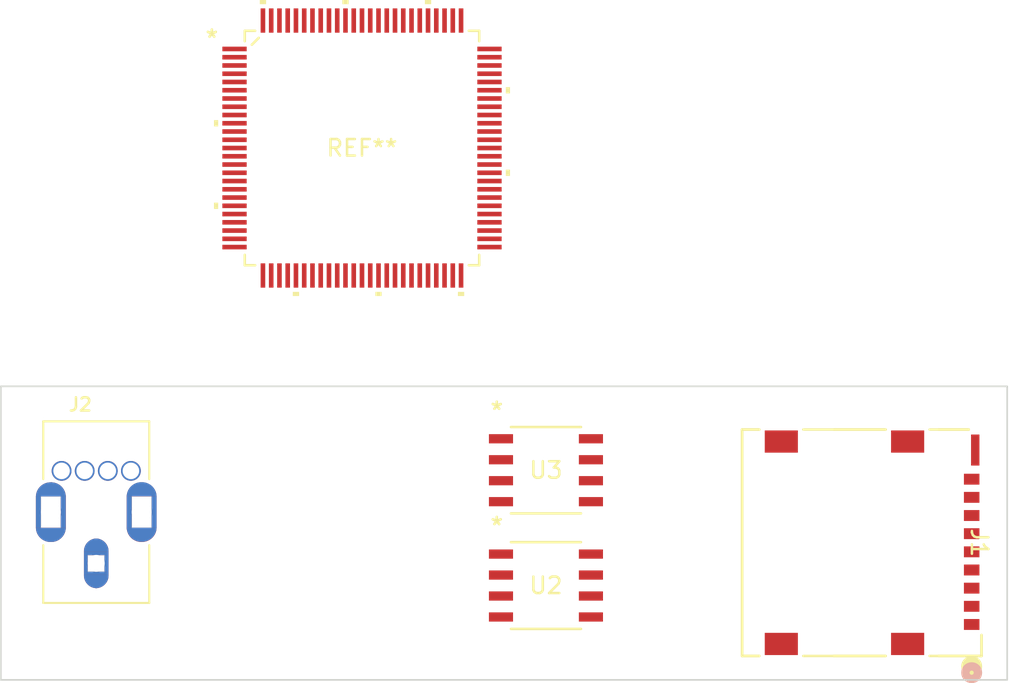
<source format=kicad_pcb>
(kicad_pcb (version 20221018) (generator pcbnew)
  (layers (0 "F.Cu" signal) (31 "B.Cu" signal) (34 "B.Paste" user) (35 "F.Paste" user) (36 "B.SilkS" user "B.Silkscreen") (37 "F.SilkS" user "F.Silkscreen") (38 "B.Mask" user) (39 "F.Mask" user) (44 "Edge.Cuts" user))
  (net 0 "")
  (footprint "W25X40CLSNIG:WIN_SN-8_WIN" (layer "F.Cu") (at 148.30275 90.636333)
    (fp_text reference "U3" (at 0 0 unlocked) (layer "F.SilkS"))
    (fp_text value "W25X40CLSNIG")
    (fp_text user "*" (at -2.97815 -3.6068 unlocked) (layer "F.SilkS"))
    (fp_text user "*" (at -2.97815 -3.6068) (layer "F.SilkS"))
    (fp_line (start -2.1209 2.6162) (end 2.1209 2.6162) (stroke (width 0.1524)) (layer "F.SilkS"))
    (fp_line (start 2.1209 -2.6162) (end -2.1209 -2.6162) (stroke (width 0.1524)) (layer "F.SilkS"))
    (pad "1" smd rect (at -2.72415 -1.905) (size 1.4605 0.5588) (layers "F.Cu" "F.Paste" "F.Mask"))
    (pad "2" smd rect (at -2.72415 -0.635) (size 1.4605 0.5588) (layers "F.Cu" "F.Paste" "F.Mask"))
    (pad "3" smd rect (at -2.72415 0.635) (size 1.4605 0.5588) (layers "F.Cu" "F.Paste" "F.Mask"))
    (pad "4" smd rect (at -2.72415 1.905) (size 1.4605 0.5588) (layers "F.Cu" "F.Paste" "F.Mask"))
    (pad "5" smd rect (at 2.72415 1.905) (size 1.4605 0.5588) (layers "F.Cu" "F.Paste" "F.Mask"))
    (pad "6" smd rect (at 2.72415 0.635) (size 1.4605 0.5588) (layers "F.Cu" "F.Paste" "F.Mask"))
    (pad "7" smd rect (at 2.72415 -0.635) (size 1.4605 0.5588) (layers "F.Cu" "F.Paste" "F.Mask"))
    (pad "8" smd rect (at 2.72415 -1.905) (size 1.4605 0.5588) (layers "F.Cu" "F.Paste" "F.Mask"))
  )
  (footprint "693023010811:CONN9_3010811_WRE" (layer "F.Cu") (at 174.0901 99.980002 -90)
    (fp_text reference "J1" (at -4.950001 -0.4699 -90 unlocked) (layer "F.SilkS"))
    (fp_text value "693023010811")
    (fp_circle (center 2.921 0) (end 3.302 0) (stroke (width 0.508)) (fill none) (layer "B.SilkS"))
    (fp_line (start -11.808001 0.174992) (end -11.808001 2.008614) (stroke (width 0.1524)) (layer "F.SilkS"))
    (fp_line (start -11.808001 2.548614) (end -11.808001 0.174992) (stroke (width 0.1524)) (layer "F.SilkS"))
    (fp_line (start -11.808001 5.211586) (end -11.808001 8.35862) (stroke (width 0.1524)) (layer "F.SilkS"))
    (fp_line (start -11.808001 10.19862) (end -11.808001 5.211586) (stroke (width 0.1524)) (layer "F.SilkS"))
    (fp_line (start -11.808001 12.86158) (end -11.808001 13.9065) (stroke (width 0.1524)) (layer "F.SilkS"))
    (fp_line (start -11.808001 13.9065) (end -11.808001 12.86158) (stroke (width 0.1524)) (layer "F.SilkS"))
    (fp_line (start -11.808001 13.9065) (end 1.907999 13.9065) (stroke (width 0.1524)) (layer "F.SilkS"))
    (fp_line (start 0.63775 -0.5969) (end 1.907999 -0.5969) (stroke (width 0.1524)) (layer "F.SilkS"))
    (fp_line (start 1.907999 -0.5969) (end 0.63775 -0.5969) (stroke (width 0.1524)) (layer "F.SilkS"))
    (fp_line (start 1.907999 -0.5969) (end 1.907999 2.548614) (stroke (width 0.1524)) (layer "F.SilkS"))
    (fp_line (start 1.907999 2.008614) (end 1.907999 -0.5969) (stroke (width 0.1524)) (layer "F.SilkS"))
    (fp_line (start 1.907999 5.211586) (end 1.907999 10.19862) (stroke (width 0.1524)) (layer "F.SilkS"))
    (fp_line (start 1.907999 8.35862) (end 1.907999 5.211586) (stroke (width 0.1524)) (layer "F.SilkS"))
    (fp_line (start 1.907999 12.86158) (end 1.907999 13.9065) (stroke (width 0.1524)) (layer "F.SilkS"))
    (fp_line (start 1.907999 13.9065) (end -11.808001 13.9065) (stroke (width 0.1524)) (layer "F.SilkS"))
    (fp_line (start 1.907999 13.9065) (end 1.907999 12.86158) (stroke (width 0.1524)) (layer "F.SilkS"))
    (fp_circle (center 2.54 0) (end 2.921 0) (stroke (width 0.508)) (fill none) (layer "F.SilkS"))
    (pad "10" smd rect (at -11.080037 3.8801 270) (size 1.3462 2.0066) (layers "F.Cu" "F.Paste" "F.Mask"))
    (pad "11" smd rect (at 1.180035 3.8801 270) (size 1.3462 2.0066) (layers "F.Cu" "F.Paste" "F.Mask"))
    (pad "12" smd rect (at -11.080002 11.5301 270) (size 1.3462 2.0066) (layers "F.Cu" "F.Paste" "F.Mask"))
    (pad "13" smd rect (at 1.179999 11.5301 270) (size 1.3462 2.0066) (layers "F.Cu" "F.Paste" "F.Mask"))
    (pad "14" smd rect (at -10.564925 -0.2159 270) (size 1.8796 0.508) (layers "F.Cu" "F.Paste" "F.Mask"))
    (pad "C1" smd rect (at 0 0 270) (size 0.6604 0.9398) (layers "F.Cu" "F.Paste" "F.Mask"))
    (pad "C2" smd rect (at -3.300001 0 270) (size 0.6604 0.9398) (layers "F.Cu" "F.Paste" "F.Mask"))
    (pad "C3" smd rect (at -5.500002 0 270) (size 0.6604 0.9398) (layers "F.Cu" "F.Paste" "F.Mask"))
    (pad "C4" smd rect (at -7.700002 0 270) (size 0.6604 0.9398) (layers "F.Cu" "F.Paste" "F.Mask"))
    (pad "C5" smd rect (at -1.1 0 270) (size 0.6604 0.9398) (layers "F.Cu" "F.Paste" "F.Mask"))
    (pad "C6" smd rect (at -4.400001 0 270) (size 0.6604 0.9398) (layers "F.Cu" "F.Paste" "F.Mask"))
    (pad "C7" smd rect (at -6.600002 0 270) (size 0.6604 0.9398) (layers "F.Cu" "F.Paste" "F.Mask"))
    (pad "C8" smd rect (at -8.800003 0 270) (size 0.6604 0.9398) (layers "F.Cu" "F.Paste" "F.Mask"))
    (pad "SW" smd rect (at -2.200001 0 270) (size 0.6604 0.9398) (layers "F.Cu" "F.Paste" "F.Mask"))
  )
  (footprint "USB:CONN_614004184726" (layer "F.Cu") (at 121.06275 93.176333)
    (fp_text reference "J2" (at -0.96177 -6.51994) (layer "F.SilkS") (effects (font (size 0.801465 0.801465))))
    (fp_text value "614004184726")
    (fp_poly (pts (xy -3.65 -0.95) (xy -3.35 -0.95) (xy -3.35 0.95) (xy -3.65 0.95)) (stroke (width 0.01)) (fill solid) (layer "F.Cu"))
    (fp_poly (pts (xy -2.15 -0.95) (xy -1.85 -0.95) (xy -1.85 0.95) (xy -2.15 0.95)) (stroke (width 0.01)) (fill solid) (layer "F.Cu"))
    (fp_poly (pts (xy -0.74 2.4) (xy -0.74 2.6) (xy 0.74 2.6) (xy 0.74 2.4)) (stroke (width 0.01)) (fill solid) (layer "F.Cu"))
    (fp_poly (pts (xy -0.74 2.6) (xy -0.525 2.6) (xy -0.525 3.6) (xy -0.74 3.6)) (stroke (width 0.01)) (fill solid) (layer "F.Cu"))
    (fp_poly (pts (xy 0.5 2.6) (xy 0.74 2.6) (xy 0.74 3.6) (xy 0.5 3.6)) (stroke (width 0.01)) (fill solid) (layer "F.Cu"))
    (fp_poly (pts (xy 0.74 3.8) (xy 0.74 3.6) (xy -0.74 3.6) (xy -0.74 3.8)) (stroke (width 0.01)) (fill solid) (layer "F.Cu"))
    (fp_poly (pts (xy 2.15 0.95) (xy 1.85 0.95) (xy 1.85 -0.95) (xy 2.15 -0.95)) (stroke (width 0.01)) (fill solid) (layer "F.Cu"))
    (fp_poly (pts (xy 3.65 0.95) (xy 3.35 0.95) (xy 3.35 -0.95) (xy 3.65 -0.95)) (stroke (width 0.01)) (fill solid) (layer "F.Cu"))
    (fp_poly (pts (xy -2.75 -1.8) (xy -2.7 -1.8) (xy -2.701 -1.799) (xy -2.703 -1.798) (xy -2.704 -1.796) (xy -2.706 -1.795) (xy -2.707 -1.794) (xy -2.709 -1.793) (xy -2.711 -1.793) (xy -2.712 -1.792) (xy -2.714 -1.791) (xy -2.716 -1.791) (xy -2.718 -1.79) (xy -2.719 -1.79) (xy -2.721 -1.79) (xy -2.723 -1.79) (xy -2.725 -1.79) (xy -2.727 -1.79) (xy -2.729 -1.79) (xy -2.731 -1.79) (xy -2.732 -1.79) (xy -2.734 -1.791) (xy -2.736 -1.791) (xy -2.738 -1.792) (xy -2.739 -1.793) (xy -2.741 -1.793) (xy -2.743 -1.794) (xy -2.744 -1.795) (xy -2.746 -1.796) (xy -2.747 -1.798) (xy -2.749 -1.799) (xy -2.75 -1.8)) (stroke (width 0.01)) (fill solid) (layer "F.Cu"))
    (fp_poly (pts (xy 2.75 1.8) (xy 2.7 1.8) (xy 2.701 1.799) (xy 2.703 1.798) (xy 2.704 1.796) (xy 2.706 1.795) (xy 2.707 1.794) (xy 2.709 1.793) (xy 2.711 1.793) (xy 2.712 1.792) (xy 2.714 1.791) (xy 2.716 1.791) (xy 2.718 1.79) (xy 2.719 1.79) (xy 2.721 1.79) (xy 2.723 1.79) (xy 2.725 1.79) (xy 2.727 1.79) (xy 2.729 1.79) (xy 2.731 1.79) (xy 2.732 1.79) (xy 2.734 1.791) (xy 2.736 1.791) (xy 2.738 1.792) (xy 2.739 1.793) (xy 2.741 1.793) (xy 2.743 1.794) (xy 2.744 1.795) (xy 2.746 1.796) (xy 2.747 1.798) (xy 2.749 1.799) (xy 2.75 1.8)) (stroke (width 0.01)) (fill solid) (layer "F.Cu"))
    (fp_poly (pts (xy -3.65 0.95) (xy -3.647 1.001) (xy -3.642 1.047) (xy -3.634 1.092) (xy -3.624 1.137) (xy -3.612 1.181) (xy -3.598 1.224) (xy -3.581 1.267) (xy -3.562 1.309) (xy -3.541 1.349) (xy -3.517 1.389) (xy -3.492 1.427) (xy -3.465 1.464) (xy -3.436 1.499) (xy -3.405 1.533) (xy -3.372 1.565) (xy -3.338 1.596) (xy -3.302 1.624) (xy -3.264 1.651) (xy -3.226 1.675) (xy -3.186 1.698) (xy -3.145 1.718) (xy -3.103 1.737) (xy -3.06 1.753) (xy -3.016 1.766) (xy -2.972 1.778) (xy -2.927 1.787) (xy -2.882 1.794) (xy -2.836 1.798) (xy -2.79 1.8) (xy -2.75 1.8) (xy -2.71 1.8) (xy -2.664 1.798) (xy -2.618 1.794) (xy -2.573 1.787) (xy -2.528 1.778) (xy -2.484 1.766) (xy -2.44 1.753) (xy -2.397 1.737) (xy -2.355 1.718) (xy -2.314 1.698) (xy -2.274 1.675) (xy -2.236 1.651) (xy -2.198 1.624) (xy -2.162 1.596) (xy -2.128 1.565) (xy -2.095 1.533) (xy -2.064 1.499) (xy -2.035 1.464) (xy -2.008 1.427) (xy -1.983 1.389) (xy -1.959 1.349) (xy -1.938 1.309) (xy -1.919 1.267) (xy -1.902 1.224) (xy -1.888 1.181) (xy -1.876 1.137) (xy -1.866 1.092) (xy -1.858 1.047) (xy -1.853 1.001) (xy -1.85 0.95) (xy -3.65 0.95)) (stroke (width 0.01)) (fill solid) (layer "F.Cu"))
    (fp_poly (pts (xy 0.74 3.8) (xy 0.74 3.843) (xy 0.739 3.884) (xy 0.735 3.924) (xy 0.729 3.964) (xy 0.721 4.003) (xy 0.711 4.042) (xy 0.699 4.081) (xy 0.684 4.119) (xy 0.668 4.156) (xy 0.65 4.192) (xy 0.631 4.227) (xy 0.609 4.261) (xy 0.585 4.294) (xy 0.56 4.325) (xy 0.534 4.356) (xy 0.505 4.384) (xy 0.476 4.412) (xy 0.444 4.437) (xy 0.412 4.461) (xy 0.378 4.483) (xy 0.344 4.504) (xy 0.308 4.523) (xy 0.271 4.539) (xy 0.234 4.554) (xy 0.195 4.567) (xy 0.156 4.578) (xy 0.117 4.586) (xy 0.077 4.593) (xy 0.037 4.598) (xy 0 4.6) (xy -0.037 4.598) (xy -0.077 4.593) (xy -0.117 4.586) (xy -0.156 4.578) (xy -0.195 4.567) (xy -0.234 4.554) (xy -0.271 4.539) (xy -0.308 4.523) (xy -0.344 4.504) (xy -0.378 4.483) (xy -0.412 4.461) (xy -0.444 4.437) (xy -0.476 4.412) (xy -0.505 4.384) (xy -0.534 4.356) (xy -0.56 4.325) (xy -0.585 4.294) (xy -0.609 4.261) (xy -0.631 4.227) (xy -0.65 4.192) (xy -0.668 4.156) (xy -0.684 4.119) (xy -0.699 4.081) (xy -0.711 4.042) (xy -0.721 4.003) (xy -0.729 3.964) (xy -0.735 3.924) (xy -0.739 3.884) (xy -0.74 3.843) (xy -0.74 3.8) (xy 0.74 3.8)) (stroke (width 0.01)) (fill solid) (layer "F.Cu"))
    (fp_poly (pts (xy 3.65 0.95) (xy 3.647 1.001) (xy 3.642 1.047) (xy 3.634 1.092) (xy 3.624 1.137) (xy 3.612 1.181) (xy 3.598 1.224) (xy 3.581 1.267) (xy 3.562 1.309) (xy 3.541 1.349) (xy 3.517 1.389) (xy 3.492 1.427) (xy 3.465 1.464) (xy 3.436 1.499) (xy 3.405 1.533) (xy 3.372 1.565) (xy 3.338 1.596) (xy 3.302 1.624) (xy 3.264 1.651) (xy 3.226 1.675) (xy 3.186 1.698) (xy 3.145 1.718) (xy 3.103 1.737) (xy 3.06 1.753) (xy 3.016 1.766) (xy 2.972 1.778) (xy 2.927 1.787) (xy 2.882 1.794) (xy 2.836 1.798) (xy 2.79 1.8) (xy 2.75 1.8) (xy 2.71 1.8) (xy 2.664 1.798) (xy 2.618 1.794) (xy 2.573 1.787) (xy 2.528 1.778) (xy 2.484 1.766) (xy 2.44 1.753) (xy 2.397 1.737) (xy 2.355 1.718) (xy 2.314 1.698) (xy 2.274 1.675) (xy 2.236 1.651) (xy 2.198 1.624) (xy 2.162 1.596) (xy 2.128 1.565) (xy 2.095 1.533) (xy 2.064 1.499) (xy 2.035 1.464) (xy 2.008 1.427) (xy 1.983 1.389) (xy 1.959 1.349) (xy 1.938 1.309) (xy 1.919 1.267) (xy 1.902 1.224) (xy 1.888 1.181) (xy 1.876 1.137) (xy 1.866 1.092) (xy 1.858 1.047) (xy 1.853 1.001) (xy 1.85 0.95) (xy 3.65 0.95)) (stroke (width 0.01)) (fill solid) (layer "F.Cu"))
    (fp_poly (pts (xy -3.65 -0.95) (xy -3.35 -0.95) (xy -3.35 0.95) (xy -3.65 0.95)) (stroke (width 0.01)) (fill solid) (layer "B.Cu"))
    (fp_poly (pts (xy -2.15 -0.95) (xy -1.85 -0.95) (xy -1.85 0.95) (xy -2.15 0.95)) (stroke (width 0.01)) (fill solid) (layer "B.Cu"))
    (fp_poly (pts (xy -0.74 2.4) (xy -0.74 2.6) (xy 0.74 2.6) (xy 0.74 2.4)) (stroke (width 0.01)) (fill solid) (layer "B.Cu"))
    (fp_poly (pts (xy -0.74 2.6) (xy -0.525 2.6) (xy -0.525 3.6) (xy -0.74 3.6)) (stroke (width 0.01)) (fill solid) (layer "B.Cu"))
    (fp_poly (pts (xy 0.5 2.6) (xy 0.74 2.6) (xy 0.74 3.6) (xy 0.5 3.6)) (stroke (width 0.01)) (fill solid) (layer "B.Cu"))
    (fp_poly (pts (xy 0.74 3.8) (xy 0.74 3.6) (xy -0.74 3.6) (xy -0.74 3.8)) (stroke (width 0.01)) (fill solid) (layer "B.Cu"))
    (fp_poly (pts (xy 1.85 -0.96) (xy 2.15 -0.96) (xy 2.15 0.94) (xy 1.85 0.94)) (stroke (width 0.01)) (fill solid) (layer "B.Cu"))
    (fp_poly (pts (xy 3.35 -0.96) (xy 3.65 -0.96) (xy 3.65 0.94) (xy 3.35 0.94)) (stroke (width 0.01)) (fill solid) (layer "B.Cu"))
    (fp_poly (pts (xy -2.75 -1.8) (xy -2.7 -1.8) (xy -2.701 -1.799) (xy -2.703 -1.798) (xy -2.704 -1.796) (xy -2.706 -1.795) (xy -2.707 -1.794) (xy -2.709 -1.793) (xy -2.711 -1.793) (xy -2.712 -1.792) (xy -2.714 -1.791) (xy -2.716 -1.791) (xy -2.718 -1.79) (xy -2.719 -1.79) (xy -2.721 -1.79) (xy -2.723 -1.79) (xy -2.725 -1.79) (xy -2.727 -1.79) (xy -2.729 -1.79) (xy -2.731 -1.79) (xy -2.732 -1.79) (xy -2.734 -1.791) (xy -2.736 -1.791) (xy -2.738 -1.792) (xy -2.739 -1.793) (xy -2.741 -1.793) (xy -2.743 -1.794) (xy -2.744 -1.795) (xy -2.746 -1.796) (xy -2.747 -1.798) (xy -2.749 -1.799) (xy -2.75 -1.8)) (stroke (width 0.01)) (fill solid) (layer "B.Cu"))
    (fp_poly (pts (xy -3.65 -0.95) (xy -3.647 -1.001) (xy -3.642 -1.047) (xy -3.634 -1.092) (xy -3.624 -1.137) (xy -3.612 -1.181) (xy -3.598 -1.224) (xy -3.581 -1.267) (xy -3.562 -1.309) (xy -3.541 -1.349) (xy -3.517 -1.389) (xy -3.492 -1.427) (xy -3.465 -1.464) (xy -3.436 -1.499) (xy -3.405 -1.533) (xy -3.372 -1.565) (xy -3.338 -1.596) (xy -3.302 -1.624) (xy -3.264 -1.651) (xy -3.226 -1.675) (xy -3.186 -1.698) (xy -3.145 -1.718) (xy -3.103 -1.737) (xy -3.06 -1.753) (xy -3.016 -1.766) (xy -2.972 -1.778) (xy -2.927 -1.787) (xy -2.882 -1.794) (xy -2.836 -1.798) (xy -2.79 -1.8) (xy -2.75 -1.8) (xy -2.71 -1.8) (xy -2.664 -1.798) (xy -2.618 -1.794) (xy -2.573 -1.787) (xy -2.528 -1.778) (xy -2.484 -1.766) (xy -2.44 -1.753) (xy -2.397 -1.737) (xy -2.355 -1.718) (xy -2.314 -1.698) (xy -2.274 -1.675) (xy -2.236 -1.651) (xy -2.198 -1.624) (xy -2.162 -1.596) (xy -2.128 -1.565) (xy -2.095 -1.533) (xy -2.064 -1.499) (xy -2.035 -1.464) (xy -2.008 -1.427) (xy -1.983 -1.389) (xy -1.959 -1.349) (xy -1.938 -1.309) (xy -1.919 -1.267) (xy -1.902 -1.224) (xy -1.888 -1.181) (xy -1.876 -1.137) (xy -1.866 -1.092) (xy -1.858 -1.047) (xy -1.853 -1.001) (xy -1.85 -0.95) (xy -3.65 -0.95)) (stroke (width 0.01)) (fill solid) (layer "B.Cu"))
    (fp_poly (pts (xy -3.65 0.95) (xy -3.647 1.001) (xy -3.642 1.047) (xy -3.634 1.092) (xy -3.624 1.137) (xy -3.612 1.181) (xy -3.598 1.224) (xy -3.581 1.267) (xy -3.562 1.309) (xy -3.541 1.349) (xy -3.517 1.389) (xy -3.492 1.427) (xy -3.465 1.464) (xy -3.436 1.499) (xy -3.405 1.533) (xy -3.372 1.565) (xy -3.338 1.596) (xy -3.302 1.624) (xy -3.264 1.651) (xy -3.226 1.675) (xy -3.186 1.698) (xy -3.145 1.718) (xy -3.103 1.737) (xy -3.06 1.753) (xy -3.016 1.766) (xy -2.972 1.778) (xy -2.927 1.787) (xy -2.882 1.794) (xy -2.836 1.798) (xy -2.79 1.8) (xy -2.75 1.8) (xy -2.71 1.8) (xy -2.664 1.798) (xy -2.618 1.794) (xy -2.573 1.787) (xy -2.528 1.778) (xy -2.484 1.766) (xy -2.44 1.753) (xy -2.397 1.737) (xy -2.355 1.718) (xy -2.314 1.698) (xy -2.274 1.675) (xy -2.236 1.651) (xy -2.198 1.624) (xy -2.162 1.596) (xy -2.128 1.565) (xy -2.095 1.533) (xy -2.064 1.499) (xy -2.035 1.464) (xy -2.008 1.427) (xy -1.983 1.389) (xy -1.959 1.349) (xy -1.938 1.309) (xy -1.919 1.267) (xy -1.902 1.224) (xy -1.888 1.181) (xy -1.876 1.137) (xy -1.866 1.092) (xy -1.858 1.047) (xy -1.853 1.001) (xy -1.85 0.95) (xy -3.65 0.95)) (stroke (width 0.01)) (fill solid) (layer "B.Cu"))
    (fp_poly (pts (xy -0.74 2.4) (xy -0.74 2.357) (xy -0.739 2.316) (xy -0.735 2.276) (xy -0.729 2.236) (xy -0.721 2.197) (xy -0.711 2.158) (xy -0.699 2.119) (xy -0.684 2.081) (xy -0.668 2.044) (xy -0.65 2.008) (xy -0.631 1.973) (xy -0.609 1.939) (xy -0.585 1.906) (xy -0.56 1.875) (xy -0.534 1.844) (xy -0.505 1.816) (xy -0.476 1.788) (xy -0.444 1.763) (xy -0.412 1.739) (xy -0.378 1.717) (xy -0.344 1.696) (xy -0.308 1.677) (xy -0.271 1.661) (xy -0.234 1.646) (xy -0.195 1.633) (xy -0.156 1.622) (xy -0.117 1.614) (xy -0.077 1.607) (xy -0.037 1.602) (xy 0 1.6) (xy 0.037 1.602) (xy 0.077 1.607) (xy 0.117 1.614) (xy 0.156 1.622) (xy 0.195 1.633) (xy 0.234 1.646) (xy 0.271 1.661) (xy 0.308 1.677) (xy 0.344 1.696) (xy 0.378 1.717) (xy 0.412 1.739) (xy 0.444 1.763) (xy 0.476 1.788) (xy 0.505 1.816) (xy 0.534 1.844) (xy 0.56 1.875) (xy 0.585 1.906) (xy 0.609 1.939) (xy 0.631 1.973) (xy 0.65 2.008) (xy 0.668 2.044) (xy 0.684 2.081) (xy 0.699 2.119) (xy 0.711 2.158) (xy 0.721 2.197) (xy 0.729 2.236) (xy 0.735 2.276) (xy 0.739 2.316) (xy 0.74 2.357) (xy 0.74 2.4) (xy -0.74 2.4)) (stroke (width 0.01)) (fill solid) (layer "B.Cu"))
    (fp_poly (pts (xy 0.74 3.8) (xy 0.74 3.843) (xy 0.739 3.884) (xy 0.735 3.924) (xy 0.729 3.964) (xy 0.721 4.003) (xy 0.711 4.042) (xy 0.699 4.081) (xy 0.684 4.119) (xy 0.668 4.156) (xy 0.65 4.192) (xy 0.631 4.227) (xy 0.609 4.261) (xy 0.585 4.294) (xy 0.56 4.325) (xy 0.534 4.356) (xy 0.505 4.384) (xy 0.476 4.412) (xy 0.444 4.437) (xy 0.412 4.461) (xy 0.378 4.483) (xy 0.344 4.504) (xy 0.308 4.523) (xy 0.271 4.539) (xy 0.234 4.554) (xy 0.195 4.567) (xy 0.156 4.578) (xy 0.117 4.586) (xy 0.077 4.593) (xy 0.037 4.598) (xy 0 4.6) (xy -0.037 4.598) (xy -0.077 4.593) (xy -0.117 4.586) (xy -0.156 4.578) (xy -0.195 4.567) (xy -0.234 4.554) (xy -0.271 4.539) (xy -0.308 4.523) (xy -0.344 4.504) (xy -0.378 4.483) (xy -0.412 4.461) (xy -0.444 4.437) (xy -0.476 4.412) (xy -0.505 4.384) (xy -0.534 4.356) (xy -0.56 4.325) (xy -0.585 4.294) (xy -0.609 4.261) (xy -0.631 4.227) (xy -0.65 4.192) (xy -0.668 4.156) (xy -0.684 4.119) (xy -0.699 4.081) (xy -0.711 4.042) (xy -0.721 4.003) (xy -0.729 3.964) (xy -0.735 3.924) (xy -0.739 3.884) (xy -0.74 3.843) (xy -0.74 3.8) (xy 0.74 3.8)) (stroke (width 0.01)) (fill solid) (layer "B.Cu"))
    (fp_poly (pts (xy 1.85 -0.96) (xy 1.853 -1.011) (xy 1.858 -1.057) (xy 1.866 -1.102) (xy 1.876 -1.147) (xy 1.888 -1.191) (xy 1.902 -1.234) (xy 1.919 -1.277) (xy 1.938 -1.319) (xy 1.959 -1.359) (xy 1.983 -1.399) (xy 2.008 -1.437) (xy 2.035 -1.474) (xy 2.064 -1.509) (xy 2.095 -1.543) (xy 2.128 -1.575) (xy 2.162 -1.606) (xy 2.198 -1.634) (xy 2.236 -1.661) (xy 2.274 -1.685) (xy 2.314 -1.708) (xy 2.355 -1.728) (xy 2.397 -1.747) (xy 2.44 -1.763) (xy 2.484 -1.776) (xy 2.528 -1.788) (xy 2.573 -1.797) (xy 2.618 -1.804) (xy 2.664 -1.808) (xy 2.71 -1.81) (xy 2.75 -1.81) (xy 2.79 -1.81) (xy 2.836 -1.808) (xy 2.882 -1.804) (xy 2.927 -1.797) (xy 2.972 -1.788) (xy 3.016 -1.776) (xy 3.06 -1.763) (xy 3.103 -1.747) (xy 3.145 -1.728) (xy 3.186 -1.708) (xy 3.226 -1.685) (xy 3.264 -1.661) (xy 3.302 -1.634) (xy 3.338 -1.606) (xy 3.372 -1.575) (xy 3.405 -1.543) (xy 3.436 -1.509) (xy 3.465 -1.474) (xy 3.492 -1.437) (xy 3.517 -1.399) (xy 3.541 -1.359) (xy 3.562 -1.319) (xy 3.581 -1.277) (xy 3.598 -1.234) (xy 3.612 -1.191) (xy 3.624 -1.147) (xy 3.634 -1.102) (xy 3.642 -1.057) (xy 3.647 -1.011) (xy 3.65 -0.96) (xy 1.85 -0.96)) (stroke (width 0.01)) (fill solid) (layer "B.Cu"))
    (fp_poly (pts (xy 1.85 0.94) (xy 1.853 0.991) (xy 1.858 1.037) (xy 1.866 1.082) (xy 1.876 1.127) (xy 1.888 1.171) (xy 1.902 1.214) (xy 1.919 1.257) (xy 1.938 1.299) (xy 1.959 1.339) (xy 1.983 1.379) (xy 2.008 1.417) (xy 2.035 1.454) (xy 2.064 1.489) (xy 2.095 1.523) (xy 2.128 1.555) (xy 2.162 1.586) (xy 2.198 1.614) (xy 2.236 1.641) (xy 2.274 1.665) (xy 2.314 1.688) (xy 2.355 1.708) (xy 2.397 1.727) (xy 2.44 1.743) (xy 2.484 1.756) (xy 2.528 1.768) (xy 2.573 1.777) (xy 2.618 1.784) (xy 2.664 1.788) (xy 2.71 1.79) (xy 2.75 1.79) (xy 2.79 1.79) (xy 2.836 1.788) (xy 2.882 1.784) (xy 2.927 1.777) (xy 2.972 1.768) (xy 3.016 1.756) (xy 3.06 1.743) (xy 3.103 1.727) (xy 3.145 1.708) (xy 3.186 1.688) (xy 3.226 1.665) (xy 3.264 1.641) (xy 3.302 1.614) (xy 3.338 1.586) (xy 3.372 1.555) (xy 3.405 1.523) (xy 3.436 1.489) (xy 3.465 1.454) (xy 3.492 1.417) (xy 3.517 1.379) (xy 3.541 1.339) (xy 3.562 1.299) (xy 3.581 1.257) (xy 3.598 1.214) (xy 3.612 1.171) (xy 3.624 1.127) (xy 3.634 1.082) (xy 3.642 1.037) (xy 3.647 0.991) (xy 3.65 0.94) (xy 1.85 0.94)) (stroke (width 0.01)) (fill solid) (layer "B.Cu"))
    (fp_line (start -3.21 -5.5) (end 3.21 -5.5) (stroke (width 0.127)) (layer "F.SilkS"))
    (fp_line (start -3.21 -2) (end -3.21 -5.5) (stroke (width 0.127)) (layer "F.SilkS"))
    (fp_line (start -3.21 2) (end -3.21 5.5) (stroke (width 0.127)) (layer "F.SilkS"))
    (fp_line (start -3.21 5.5) (end 3.21 5.5) (stroke (width 0.127)) (layer "F.SilkS"))
    (fp_line (start 3.21 -5.5) (end 3.21 -2) (stroke (width 0.127)) (layer "F.SilkS"))
    (fp_line (start 3.21 5.5) (end 3.21 2) (stroke (width 0.127)) (layer "F.SilkS"))
    (fp_line (start -3.35 -0.95) (end -3.35 0.95) (stroke (width 0.01)) (layer "Edge.Cuts"))
    (fp_line (start -3.35 0.95) (end -2.15 0.95) (stroke (width 0.01)) (layer "Edge.Cuts"))
    (fp_line (start -2.15 -0.95) (end -3.35 -0.95) (stroke (width 0.01)) (layer "Edge.Cuts"))
    (fp_line (start -2.15 0.95) (end -2.15 -0.95) (stroke (width 0.01)) (layer "Edge.Cuts"))
    (fp_line (start -0.52 2.6) (end -0.52 3.6) (stroke (width 0.01)) (layer "Edge.Cuts"))
    (fp_line (start -0.52 3.6) (end 0.5 3.6) (stroke (width 0.01)) (layer "Edge.Cuts"))
    (fp_line (start 0.5 2.6) (end -0.52 2.6) (stroke (width 0.01)) (layer "Edge.Cuts"))
    (fp_line (start 0.5 3.6) (end 0.5 2.6) (stroke (width 0.01)) (layer "Edge.Cuts"))
    (fp_line (start 2.15 -0.95) (end 3.35 -0.95) (stroke (width 0.01)) (layer "Edge.Cuts"))
    (fp_line (start 2.15 0.95) (end 2.15 -0.95) (stroke (width 0.01)) (layer "Edge.Cuts"))
    (fp_line (start 3.35 -0.95) (end 3.35 0.95) (stroke (width 0.01)) (layer "Edge.Cuts"))
    (fp_line (start 3.35 0.95) (end 2.15 0.95) (stroke (width 0.01)) (layer "Edge.Cuts"))
    (pad "" np_thru_hole circle (at -2.75 0) (size 1.2 1.2) (drill 1.2) (layers "*.Cu" "*.Mask"))
    (pad "" np_thru_hole circle (at 0 3.1) (size 1.02 1.02) (drill 1.02) (layers "*.Cu" "*.Mask"))
    (pad "" np_thru_hole circle (at 2.75 0) (size 1.2 1.2) (drill 1.2) (layers "*.Cu" "*.Mask"))
    (pad "1" thru_hole circle (at -2.1 -2.5) (size 1.2 1.2) (drill 1) (layers "*.Cu" "*.Mask"))
    (pad "2" thru_hole circle (at -0.7 -2.5) (size 1.2 1.2) (drill 1) (layers "*.Cu" "*.Mask"))
    (pad "3" thru_hole circle (at 0.7 -2.5) (size 1.2 1.2) (drill 1) (layers "*.Cu" "*.Mask"))
    (pad "4" thru_hole circle (at 2.1 -2.5) (size 1.2 1.2) (drill 1) (layers "*.Cu" "*.Mask"))
    (pad "5" smd custom (at -2.75 -1.3) (size 0.1 0.1) (layers "F.Cu") (options (clearance outline) (anchor rect)) (primitives (gr_poly (pts (xy -0.9 0.35) (xy -0.897 0.299) (xy -0.892 0.253) (xy -0.884 0.208) (xy -0.874 0.163) (xy -0.862 0.119) (xy -0.848 0.076) (xy -0.831 0.033) (xy -0.812 -0.009) (xy -0.791 -0.049) (xy -0.767 -0.089) (xy -0.742 -0.127) (xy -0.715 -0.164) (xy -0.686 -0.199) (xy -0.655 -0.233) (xy -0.622 -0.265) (xy -0.588 -0.296) (xy -0.552 -0.324) (xy -0.514 -0.351) (xy -0.476 -0.375) (xy -0.436 -0.398) (xy -0.395 -0.418) (xy -0.353 -0.437) (xy -0.31 -0.453) (xy -0.266 -0.466) (xy -0.222 -0.478) (xy -0.177 -0.487) (xy -0.132 -0.494) (xy -0.086 -0.498) (xy -0.04 -0.5) (xy 0 -0.5) (xy 0.04 -0.5) (xy 0.086 -0.498) (xy 0.132 -0.494) (xy 0.177 -0.487) (xy 0.222 -0.478) (xy 0.266 -0.466) (xy 0.31 -0.453) (xy 0.353 -0.437) (xy 0.395 -0.418) (xy 0.436 -0.398) (xy 0.476 -0.375) (xy 0.514 -0.351) (xy 0.552 -0.324) (xy 0.588 -0.296) (xy 0.622 -0.265) (xy 0.655 -0.233) (xy 0.686 -0.199) (xy 0.715 -0.164) (xy 0.742 -0.127) (xy 0.767 -0.089) (xy 0.791 -0.049) (xy 0.812 -0.009) (xy 0.831 0.033) (xy 0.848 0.076) (xy 0.862 0.119) (xy 0.874 0.163) (xy 0.884 0.208) (xy 0.892 0.253) (xy 0.897 0.299) (xy 0.9 0.35) (xy -0.9 0.35)) (width 0.01) (fill yes))))
    (pad "6" smd custom (at 2.75 -1.3) (size 0.1 0.1) (layers "F.Cu") (options (clearance outline) (anchor rect)) (primitives (gr_poly (pts (xy 0.9 0.35) (xy 0.897 0.299) (xy 0.892 0.253) (xy 0.884 0.208) (xy 0.874 0.163) (xy 0.862 0.119) (xy 0.848 0.076) (xy 0.831 0.033) (xy 0.812 -0.009) (xy 0.791 -0.049) (xy 0.767 -0.089) (xy 0.742 -0.127) (xy 0.715 -0.164) (xy 0.686 -0.199) (xy 0.655 -0.233) (xy 0.622 -0.265) (xy 0.588 -0.296) (xy 0.552 -0.324) (xy 0.514 -0.351) (xy 0.476 -0.375) (xy 0.436 -0.398) (xy 0.395 -0.418) (xy 0.353 -0.437) (xy 0.31 -0.453) (xy 0.266 -0.466) (xy 0.222 -0.478) (xy 0.177 -0.487) (xy 0.132 -0.494) (xy 0.086 -0.498) (xy 0.04 -0.5) (xy 0 -0.5) (xy -0.04 -0.5) (xy -0.086 -0.498) (xy -0.132 -0.494) (xy -0.177 -0.487) (xy -0.222 -0.478) (xy -0.266 -0.466) (xy -0.31 -0.453) (xy -0.353 -0.437) (xy -0.395 -0.418) (xy -0.436 -0.398) (xy -0.476 -0.375) (xy -0.514 -0.351) (xy -0.552 -0.324) (xy -0.588 -0.296) (xy -0.622 -0.265) (xy -0.655 -0.233) (xy -0.686 -0.199) (xy -0.715 -0.164) (xy -0.742 -0.127) (xy -0.767 -0.089) (xy -0.791 -0.049) (xy -0.812 -0.009) (xy -0.831 0.033) (xy -0.848 0.076) (xy -0.862 0.119) (xy -0.874 0.163) (xy -0.884 0.208) (xy -0.892 0.253) (xy -0.897 0.299) (xy -0.9 0.35) (xy 0.9 0.35)) (width 0.01) (fill yes))))
    (pad "7" smd custom (at 0 2.1) (size 0.1 0.1) (layers "F.Cu") (options (clearance outline) (anchor rect)) (primitives (gr_poly (pts (xy -0.74 0.3) (xy -0.74 0.257) (xy -0.739 0.216) (xy -0.735 0.176) (xy -0.729 0.136) (xy -0.721 0.097) (xy -0.711 0.058) (xy -0.699 0.019) (xy -0.684 -0.019) (xy -0.668 -0.056) (xy -0.65 -0.092) (xy -0.631 -0.127) (xy -0.609 -0.161) (xy -0.585 -0.194) (xy -0.56 -0.225) (xy -0.534 -0.256) (xy -0.505 -0.284) (xy -0.476 -0.312) (xy -0.444 -0.337) (xy -0.412 -0.361) (xy -0.378 -0.383) (xy -0.344 -0.404) (xy -0.308 -0.423) (xy -0.271 -0.439) (xy -0.234 -0.454) (xy -0.195 -0.467) (xy -0.156 -0.478) (xy -0.117 -0.486) (xy -0.077 -0.493) (xy -0.037 -0.498) (xy 0 -0.5) (xy 0.037 -0.498) (xy 0.077 -0.493) (xy 0.117 -0.486) (xy 0.156 -0.478) (xy 0.195 -0.467) (xy 0.234 -0.454) (xy 0.271 -0.439) (xy 0.308 -0.423) (xy 0.344 -0.404) (xy 0.378 -0.383) (xy 0.412 -0.361) (xy 0.444 -0.337) (xy 0.476 -0.312) (xy 0.505 -0.284) (xy 0.534 -0.256) (xy 0.56 -0.225) (xy 0.585 -0.194) (xy 0.609 -0.161) (xy 0.631 -0.127) (xy 0.65 -0.092) (xy 0.668 -0.056) (xy 0.684 -0.019) (xy 0.699 0.019) (xy 0.711 0.058) (xy 0.721 0.097) (xy 0.729 0.136) (xy 0.735 0.176) (xy 0.739 0.216) (xy 0.74 0.257) (xy 0.74 0.3) (xy -0.74 0.3)) (width 0.01) (fill yes))))
  )
  (footprint "IS66WVS4M8BLL_104NLI:SOIC8_150MIL_N_ISI" (layer "F.Cu") (at 148.30275 97.621333)
    (fp_text reference "U2" (at 0 0 unlocked) (layer "F.SilkS"))
    (fp_text value "IS66WVS4M8BLL-104NLI")
    (fp_text user "*" (at -2.97815 -3.6068) (layer "F.SilkS"))
    (fp_text user "*" (at -2.97815 -3.6068 unlocked) (layer "F.SilkS"))
    (fp_line (start -2.1209 2.6289) (end 2.1209 2.6289) (stroke (width 0.1524)) (layer "F.SilkS"))
    (fp_line (start 2.1209 -2.6289) (end -2.1209 -2.6289) (stroke (width 0.1524)) (layer "F.SilkS"))
    (pad "1" smd rect (at -2.72415 -1.905) (size 1.4605 0.5588) (layers "F.Cu" "F.Paste" "F.Mask"))
    (pad "2" smd rect (at -2.72415 -0.635) (size 1.4605 0.5588) (layers "F.Cu" "F.Paste" "F.Mask"))
    (pad "3" smd rect (at -2.72415 0.635) (size 1.4605 0.5588) (layers "F.Cu" "F.Paste" "F.Mask"))
    (pad "4" smd rect (at -2.72415 1.905) (size 1.4605 0.5588) (layers "F.Cu" "F.Paste" "F.Mask"))
    (pad "5" smd rect (at 2.72415 1.905) (size 1.4605 0.5588) (layers "F.Cu" "F.Paste" "F.Mask"))
    (pad "6" smd rect (at 2.72415 0.635) (size 1.4605 0.5588) (layers "F.Cu" "F.Paste" "F.Mask"))
    (pad "7" smd rect (at 2.72415 -0.635) (size 1.4605 0.5588) (layers "F.Cu" "F.Paste" "F.Mask"))
    (pad "8" smd rect (at 2.72415 -1.905) (size 1.4605 0.5588) (layers "F.Cu" "F.Paste" "F.Mask"))
  )
  (footprint "footprints:LQFP-100_STM" (layer "F.Cu") (at 137.16 71.12)
    (fp_text reference "REF**" (at 0 0 unlocked) (layer "F.SilkS"))
    (fp_text value "LQFP-100_STM")
    (fp_text user "*" (at -9.0932 -6.631 unlocked) (layer "F.SilkS"))
    (fp_text user "*" (at -9.0932 -6.631) (layer "F.SilkS"))
    (fp_line (start -7.0993 -7.0993) (end -7.0993 -6.472441) (stroke (width 0.1524)) (layer "F.SilkS"))
    (fp_line (start -7.0993 6.472441) (end -7.0993 7.0993) (stroke (width 0.1524)) (layer "F.SilkS"))
    (fp_line (start -7.0993 7.0993) (end -6.472441 7.0993) (stroke (width 0.1524)) (layer "F.SilkS"))
    (fp_line (start -6.673071 -6.255529) (end -6.255529 -6.673071) (stroke (width 0.1524)) (layer "F.SilkS"))
    (fp_line (start -6.472441 -7.0993) (end -7.0993 -7.0993) (stroke (width 0.1524)) (layer "F.SilkS"))
    (fp_line (start 6.472441 7.0993) (end 7.0993 7.0993) (stroke (width 0.1524)) (layer "F.SilkS"))
    (fp_line (start 7.0993 -7.0993) (end 6.472441 -7.0993) (stroke (width 0.1524)) (layer "F.SilkS"))
    (fp_line (start 7.0993 -6.472441) (end 7.0993 -7.0993) (stroke (width 0.1524)) (layer "F.SilkS"))
    (fp_line (start 7.0993 7.0993) (end 7.0993 6.472441) (stroke (width 0.1524)) (layer "F.SilkS"))
    (fp_poly (pts (xy -8.9662 -1.6905) (xy -8.9662 -1.3095) (xy -8.7122 -1.3095) (xy -8.7122 -1.6905)) (fill solid) (layer "F.SilkS"))
    (fp_poly (pts (xy -8.9662 3.309501) (xy -8.9662 3.690501) (xy -8.7122 3.690501) (xy -8.7122 3.309501)) (fill solid) (layer "F.SilkS"))
    (fp_poly (pts (xy -6.190501 -8.7122) (xy -6.190501 -8.9662) (xy -5.809501 -8.9662) (xy -5.809501 -8.7122)) (fill solid) (layer "F.SilkS"))
    (fp_poly (pts (xy -4.1905 8.7122) (xy -4.1905 8.9662) (xy -3.8095 8.9662) (xy -3.8095 8.7122)) (fill solid) (layer "F.SilkS"))
    (fp_poly (pts (xy -1.190501 -8.7122) (xy -1.190501 -8.9662) (xy -0.809501 -8.9662) (xy -0.809501 -8.7122)) (fill solid) (layer "F.SilkS"))
    (fp_poly (pts (xy 0.809501 8.7122) (xy 0.809501 8.9662) (xy 1.190501 8.9662) (xy 1.190501 8.7122)) (fill solid) (layer "F.SilkS"))
    (fp_poly (pts (xy 3.8095 -8.7122) (xy 3.8095 -8.9662) (xy 4.1905 -8.9662) (xy 4.1905 -8.7122)) (fill solid) (layer "F.SilkS"))
    (fp_poly (pts (xy 5.809501 8.7122) (xy 5.809501 8.9662) (xy 6.190501 8.9662) (xy 6.190501 8.7122)) (fill solid) (layer "F.SilkS"))
    (fp_poly (pts (xy 8.9662 -3.690501) (xy 8.9662 -3.309501) (xy 8.7122 -3.309501) (xy 8.7122 -3.690501)) (fill solid) (layer "F.SilkS"))
    (fp_poly (pts (xy 8.9662 1.3095) (xy 8.9662 1.6905) (xy 8.7122 1.6905) (xy 8.7122 1.3095)) (fill solid) (layer "F.SilkS"))
    (pad "1" smd rect (at -7.7216 -6.000001 90) (size 0.2794 1.4732) (layers "F.Cu" "F.Paste" "F.Mask"))
    (pad "2" smd rect (at -7.7216 -5.499999 90) (size 0.2794 1.4732) (layers "F.Cu" "F.Paste" "F.Mask"))
    (pad "3" smd rect (at -7.7216 -5 90) (size 0.2794 1.4732) (layers "F.Cu" "F.Paste" "F.Mask"))
    (pad "4" smd rect (at -7.7216 -4.500001 90) (size 0.2794 1.4732) (layers "F.Cu" "F.Paste" "F.Mask"))
    (pad "5" smd rect (at -7.7216 -4 90) (size 0.2794 1.4732) (layers "F.Cu" "F.Paste" "F.Mask"))
    (pad "6" smd rect (at -7.7216 -3.500001 90) (size 0.2794 1.4732) (layers "F.Cu" "F.Paste" "F.Mask"))
    (pad "7" smd rect (at -7.7216 -2.999999 90) (size 0.2794 1.4732) (layers "F.Cu" "F.Paste" "F.Mask"))
    (pad "8" smd rect (at -7.7216 -2.5 90) (size 0.2794 1.4732) (layers "F.Cu" "F.Paste" "F.Mask"))
    (pad "9" smd rect (at -7.7216 -2.000001 90) (size 0.2794 1.4732) (layers "F.Cu" "F.Paste" "F.Mask"))
    (pad "10" smd rect (at -7.7216 -1.5 90) (size 0.2794 1.4732) (layers "F.Cu" "F.Paste" "F.Mask"))
    (pad "11" smd rect (at -7.7216 -1.000001 90) (size 0.2794 1.4732) (layers "F.Cu" "F.Paste" "F.Mask"))
    (pad "12" smd rect (at -7.7216 -0.500002 90) (size 0.2794 1.4732) (layers "F.Cu" "F.Paste" "F.Mask"))
    (pad "13" smd rect (at -7.7216 0 90) (size 0.2794 1.4732) (layers "F.Cu" "F.Paste" "F.Mask"))
    (pad "14" smd rect (at -7.7216 0.499999 90) (size 0.2794 1.4732) (layers "F.Cu" "F.Paste" "F.Mask"))
    (pad "15" smd rect (at -7.7216 1.000001 90) (size 0.2794 1.4732) (layers "F.Cu" "F.Paste" "F.Mask"))
    (pad "16" smd rect (at -7.7216 1.5 90) (size 0.2794 1.4732) (layers "F.Cu" "F.Paste" "F.Mask"))
    (pad "17" smd rect (at -7.7216 1.999999 90) (size 0.2794 1.4732) (layers "F.Cu" "F.Paste" "F.Mask"))
    (pad "18" smd rect (at -7.7216 2.5 90) (size 0.2794 1.4732) (layers "F.Cu" "F.Paste" "F.Mask"))
    (pad "19" smd rect (at -7.7216 2.999999 90) (size 0.2794 1.4732) (layers "F.Cu" "F.Paste" "F.Mask"))
    (pad "20" smd rect (at -7.7216 3.500001 90) (size 0.2794 1.4732) (layers "F.Cu" "F.Paste" "F.Mask"))
    (pad "21" smd rect (at -7.7216 4 90) (size 0.2794 1.4732) (layers "F.Cu" "F.Paste" "F.Mask"))
    (pad "22" smd rect (at -7.7216 4.499999 90) (size 0.2794 1.4732) (layers "F.Cu" "F.Paste" "F.Mask"))
    (pad "23" smd rect (at -7.7216 5 90) (size 0.2794 1.4732) (layers "F.Cu" "F.Paste" "F.Mask"))
    (pad "24" smd rect (at -7.7216 5.499999 90) (size 0.2794 1.4732) (layers "F.Cu" "F.Paste" "F.Mask"))
    (pad "25" smd rect (at -7.7216 6.000001 90) (size 0.2794 1.4732) (layers "F.Cu" "F.Paste" "F.Mask"))
    (pad "26" smd rect (at -6.000001 7.7216) (size 0.2794 1.4732) (layers "F.Cu" "F.Paste" "F.Mask"))
    (pad "27" smd rect (at -5.499999 7.7216) (size 0.2794 1.4732) (layers "F.Cu" "F.Paste" "F.Mask"))
    (pad "28" smd rect (at -5 7.7216) (size 0.2794 1.4732) (layers "F.Cu" "F.Paste" "F.Mask"))
    (pad "29" smd rect (at -4.500001 7.7216) (size 0.2794 1.4732) (layers "F.Cu" "F.Paste" "F.Mask"))
    (pad "30" smd rect (at -4 7.7216) (size 0.2794 1.4732) (layers "F.Cu" "F.Paste" "F.Mask"))
    (pad "31" smd rect (at -3.500001 7.7216) (size 0.2794 1.4732) (layers "F.Cu" "F.Paste" "F.Mask"))
    (pad "32" smd rect (at -2.999999 7.7216) (size 0.2794 1.4732) (layers "F.Cu" "F.Paste" "F.Mask"))
    (pad "33" smd rect (at -2.5 7.7216) (size 0.2794 1.4732) (layers "F.Cu" "F.Paste" "F.Mask"))
    (pad "34" smd rect (at -2.000001 7.7216) (size 0.2794 1.4732) (layers "F.Cu" "F.Paste" "F.Mask"))
    (pad "35" smd rect (at -1.5 7.7216) (size 0.2794 1.4732) (layers "F.Cu" "F.Paste" "F.Mask"))
    (pad "36" smd rect (at -1.000001 7.7216) (size 0.2794 1.4732) (layers "F.Cu" "F.Paste" "F.Mask"))
    (pad "37" smd rect (at -0.499999 7.7216) (size 0.2794 1.4732) (layers "F.Cu" "F.Paste" "F.Mask"))
    (pad "38" smd rect (at 0 7.7216) (size 0.2794 1.4732) (layers "F.Cu" "F.Paste" "F.Mask"))
    (pad "39" smd rect (at 0.499999 7.7216) (size 0.2794 1.4732) (layers "F.Cu" "F.Paste" "F.Mask"))
    (pad "40" smd rect (at 1.000001 7.7216) (size 0.2794 1.4732) (layers "F.Cu" "F.Paste" "F.Mask"))
    (pad "41" smd rect (at 1.5 7.7216) (size 0.2794 1.4732) (layers "F.Cu" "F.Paste" "F.Mask"))
    (pad "42" smd rect (at 2.000001 7.7216) (size 0.2794 1.4732) (layers "F.Cu" "F.Paste" "F.Mask"))
    (pad "43" smd rect (at 2.5 7.7216) (size 0.2794 1.4732) (layers "F.Cu" "F.Paste" "F.Mask"))
    (pad "44" smd rect (at 2.999999 7.7216) (size 0.2794 1.4732) (layers "F.Cu" "F.Paste" "F.Mask"))
    (pad "45" smd rect (at 3.500001 7.7216) (size 0.2794 1.4732) (layers "F.Cu" "F.Paste" "F.Mask"))
    (pad "46" smd rect (at 4 7.7216) (size 0.2794 1.4732) (layers "F.Cu" "F.Paste" "F.Mask"))
    (pad "47" smd rect (at 4.500001 7.7216) (size 0.2794 1.4732) (layers "F.Cu" "F.Paste" "F.Mask"))
    (pad "48" smd rect (at 5 7.7216) (size 0.2794 1.4732) (layers "F.Cu" "F.Paste" "F.Mask"))
    (pad "49" smd rect (at 5.499999 7.7216) (size 0.2794 1.4732) (layers "F.Cu" "F.Paste" "F.Mask"))
    (pad "50" smd rect (at 6.000001 7.7216) (size 0.2794 1.4732) (layers "F.Cu" "F.Paste" "F.Mask"))
    (pad "51" smd rect (at 7.7216 6.000001 90) (size 0.2794 1.4732) (layers "F.Cu" "F.Paste" "F.Mask"))
    (pad "52" smd rect (at 7.7216 5.499999 90) (size 0.2794 1.4732) (layers "F.Cu" "F.Paste" "F.Mask"))
    (pad "53" smd rect (at 7.7216 5 90) (size 0.2794 1.4732) (layers "F.Cu" "F.Paste" "F.Mask"))
    (pad "54" smd rect (at 7.7216 4.500001 90) (size 0.2794 1.4732) (layers "F.Cu" "F.Paste" "F.Mask"))
    (pad "55" smd rect (at 7.7216 4 90) (size 0.2794 1.4732) (layers "F.Cu" "F.Paste" "F.Mask"))
    (pad "56" smd rect (at 7.7216 3.500001 90) (size 0.2794 1.4732) (layers "F.Cu" "F.Paste" "F.Mask"))
    (pad "57" smd rect (at 7.7216 2.999999 90) (size 0.2794 1.4732) (layers "F.Cu" "F.Paste" "F.Mask"))
    (pad "58" smd rect (at 7.7216 2.5 90) (size 0.2794 1.4732) (layers "F.Cu" "F.Paste" "F.Mask"))
    (pad "59" smd rect (at 7.7216 2.000001 90) (size 0.2794 1.4732) (layers "F.Cu" "F.Paste" "F.Mask"))
    (pad "60" smd rect (at 7.7216 1.5 90) (size 0.2794 1.4732) (layers "F.Cu" "F.Paste" "F.Mask"))
    (pad "61" smd rect (at 7.7216 1.000001 90) (size 0.2794 1.4732) (layers "F.Cu" "F.Paste" "F.Mask"))
    (pad "62" smd rect (at 7.7216 0.499999 90) (size 0.2794 1.4732) (layers "F.Cu" "F.Paste" "F.Mask"))
    (pad "63" smd rect (at 7.7216 0 90) (size 0.2794 1.4732) (layers "F.Cu" "F.Paste" "F.Mask"))
    (pad "64" smd rect (at 7.7216 -0.499999 90) (size 0.2794 1.4732) (layers "F.Cu" "F.Paste" "F.Mask"))
    (pad "65" smd rect (at 7.7216 -1.000001 90) (size 0.2794 1.4732) (layers "F.Cu" "F.Paste" "F.Mask"))
    (pad "66" smd rect (at 7.7216 -1.5 90) (size 0.2794 1.4732) (layers "F.Cu" "F.Paste" "F.Mask"))
    (pad "67" smd rect (at 7.7216 -2.000001 90) (size 0.2794 1.4732) (layers "F.Cu" "F.Paste" "F.Mask"))
    (pad "68" smd rect (at 7.7216 -2.5 90) (size 0.2794 1.4732) (layers "F.Cu" "F.Paste" "F.Mask"))
    (pad "69" smd rect (at 7.7216 -2.999999 90) (size 0.2794 1.4732) (layers "F.Cu" "F.Paste" "F.Mask"))
    (pad "70" smd rect (at 7.7216 -3.500001 90) (size 0.2794 1.4732) (layers "F.Cu" "F.Paste" "F.Mask"))
    (pad "71" smd rect (at 7.7216 -4 90) (size 0.2794 1.4732) (layers "F.Cu" "F.Paste" "F.Mask"))
    (pad "72" smd rect (at 7.7216 -4.500001 90) (size 0.2794 1.4732) (layers "F.Cu" "F.Paste" "F.Mask"))
    (pad "73" smd rect (at 7.7216 -5 90) (size 0.2794 1.4732) (layers "F.Cu" "F.Paste" "F.Mask"))
    (pad "74" smd rect (at 7.7216 -5.499999 90) (size 0.2794 1.4732) (layers "F.Cu" "F.Paste" "F.Mask"))
    (pad "75" smd rect (at 7.7216 -6.000001 90) (size 0.2794 1.4732) (layers "F.Cu" "F.Paste" "F.Mask"))
    (pad "76" smd rect (at 6.000001 -7.7216) (size 0.2794 1.4732) (layers "F.Cu" "F.Paste" "F.Mask"))
    (pad "77" smd rect (at 5.499999 -7.7216) (size 0.2794 1.4732) (layers "F.Cu" "F.Paste" "F.Mask"))
    (pad "78" smd rect (at 5 -7.7216) (size 0.2794 1.4732) (layers "F.Cu" "F.Paste" "F.Mask"))
    (pad "79" smd rect (at 4.500001 -7.7216) (size 0.2794 1.4732) (layers "F.Cu" "F.Paste" "F.Mask"))
    (pad "80" smd rect (at 4 -7.7216) (size 0.2794 1.4732) (layers "F.Cu" "F.Paste" "F.Mask"))
    (pad "81" smd rect (at 3.500001 -7.7216) (size 0.2794 1.4732) (layers "F.Cu" "F.Paste" "F.Mask"))
    (pad "82" smd rect (at 2.999999 -7.7216) (size 0.2794 1.4732) (layers "F.Cu" "F.Paste" "F.Mask"))
    (pad "83" smd rect (at 2.5 -7.7216) (size 0.2794 1.4732) (layers "F.Cu" "F.Paste" "F.Mask"))
    (pad "84" smd rect (at 2.000001 -7.7216) (size 0.2794 1.4732) (layers "F.Cu" "F.Paste" "F.Mask"))
    (pad "85" smd rect (at 1.5 -7.7216) (size 0.2794 1.4732) (layers "F.Cu" "F.Paste" "F.Mask"))
    (pad "86" smd rect (at 1.000001 -7.7216) (size 0.2794 1.4732) (layers "F.Cu" "F.Paste" "F.Mask"))
    (pad "87" smd rect (at 0.499999 -7.7216) (size 0.2794 1.4732) (layers "F.Cu" "F.Paste" "F.Mask"))
    (pad "88" smd rect (at 0 -7.7216) (size 0.2794 1.4732) (layers "F.Cu" "F.Paste" "F.Mask"))
    (pad "89" smd rect (at -0.499999 -7.7216) (size 0.2794 1.4732) (layers "F.Cu" "F.Paste" "F.Mask"))
    (pad "90" smd rect (at -1.000001 -7.7216) (size 0.2794 1.4732) (layers "F.Cu" "F.Paste" "F.Mask"))
    (pad "91" smd rect (at -1.5 -7.7216) (size 0.2794 1.4732) (layers "F.Cu" "F.Paste" "F.Mask"))
    (pad "92" smd rect (at -2.000001 -7.7216) (size 0.2794 1.4732) (layers "F.Cu" "F.Paste" "F.Mask"))
    (pad "93" smd rect (at -2.5 -7.7216) (size 0.2794 1.4732) (layers "F.Cu" "F.Paste" "F.Mask"))
    (pad "94" smd rect (at -2.999999 -7.7216) (size 0.2794 1.4732) (layers "F.Cu" "F.Paste" "F.Mask"))
    (pad "95" smd rect (at -3.500001 -7.7216) (size 0.2794 1.4732) (layers "F.Cu" "F.Paste" "F.Mask"))
    (pad "96" smd rect (at -4 -7.7216) (size 0.2794 1.4732) (layers "F.Cu" "F.Paste" "F.Mask"))
    (pad "97" smd rect (at -4.500001 -7.7216) (size 0.2794 1.4732) (layers "F.Cu" "F.Paste" "F.Mask"))
    (pad "98" smd rect (at -5 -7.7216) (size 0.2794 1.4732) (layers "F.Cu" "F.Paste" "F.Mask"))
    (pad "99" smd rect (at -5.499999 -7.7216) (size 0.2794 1.4732) (layers "F.Cu" "F.Paste" "F.Mask"))
    (pad "100" smd rect (at -6.000001 -7.7216) (size 0.2794 1.4732) (layers "F.Cu" "F.Paste" "F.Mask"))
  )
  (gr_rect (start 115.28275 85.556333) (end 176.24275 103.336333) (stroke (width 0.1)) (fill none) (layer "Edge.Cuts"))
)
</source>
